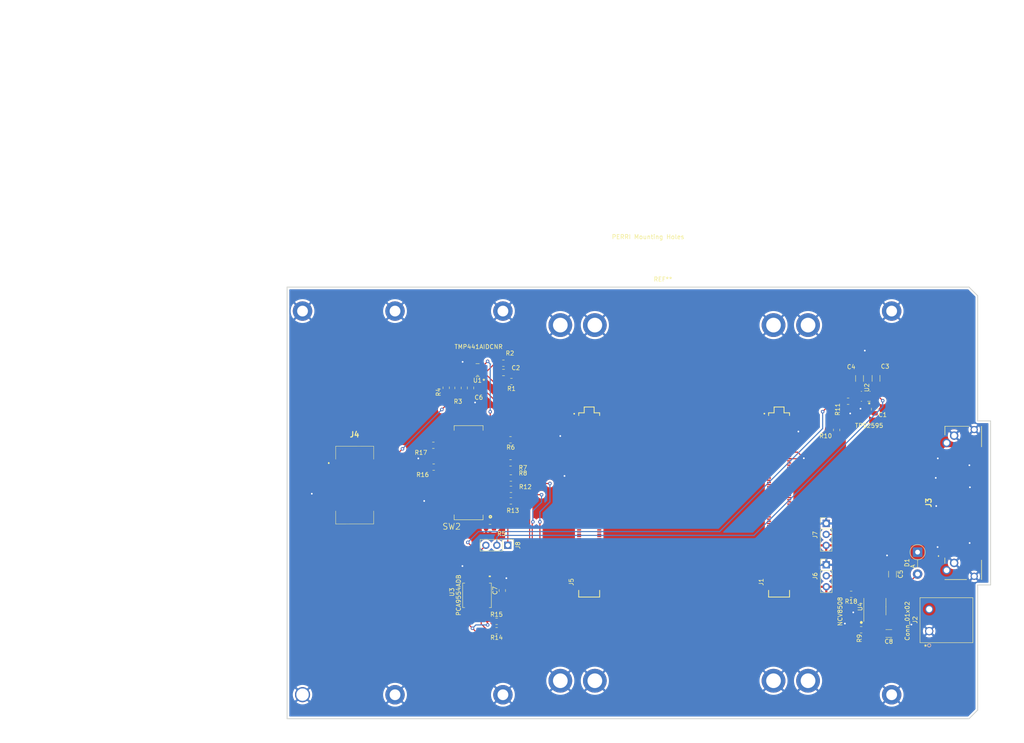
<source format=kicad_pcb>
(kicad_pcb (version 20211014) (generator pcbnew)
  (layers (0 "F.Cu" signal) (31 "B.Cu" signal) (34 "B.Paste" user) (35 "F.Paste" user) (36 "B.SilkS" user "B.Silkscreen") (37 "F.SilkS" user "F.Silkscreen") (38 "B.Mask" user) (39 "F.Mask" user) (44 "Edge.Cuts" user))
  (net 0 "")
  (net 1 "Net-(C1-Pad1)")
  (net 2 "GND")
  (net 3 "Net-(C2-Pad1)")
  (net 4 "Net-(C2-Pad2)")
  (net 5 "+12V")
  (net 6 "/12V_To_Hat")
  (net 7 "Net-(C5-Pad2)")
  (net 8 "+5V")
  (net 9 "/DXN")
  (net 10 "/DXP")
  (net 11 "Net-(R16-Pad1)")
  (net 12 "Net-(R17-Pad1)")
  (net 229 "/SDA")
  (net 230 "/SCL")
  (net 375 "Net-(J6-Pad2)")
  (net 376 "Net-(J7-Pad2)")
  (net 377 "/DS_EN")
  (net 378 "/To_Efuse_EN")
  (net 379 "/GPIO_EN")
  (net 380 "/TMP_A1")
  (net 381 "/TMP_A0")
  (net 382 "Net-(R9-Pad2)")
  (net 383 "/FLT")
  (net 384 "Net-(R11-Pad1)")
  (net 385 "/GPIO_A0")
  (net 386 "Net-(R18-Pad1)")
  (net 387 "/GPIO_A1")
  (net 388 "/GPIO_A2")
  (footprint "footprints:1757242" (layer "F.Cu") (at 237.15 120.86 90)
    (fp_text reference "J2")
    (fp_text value "Conn_01x02")
  )
  (footprint "Resistor_SMD:R_0805_2012Metric" (layer "F.Cu") (at 127.98 69.59 90)
    (fp_text reference "R3")
    (fp_text value "R_US")
  )
  (footprint "Capacitor_SMD:C_1206_3216Metric" (layer "F.Cu") (at 221.01 67.39 90)
    (fp_text reference "C4")
    (fp_text value "C_Polarized_US")
  )
  (footprint "Diode_THT:D_DO-41_SOD81_P5.08mm_Vertical_AnodeUp" (layer "F.Cu") (at 234.46 107.637818 -90)
    (fp_text reference "D1")
    (fp_text value "DIODE")
  )
  (footprint "Resistor_SMD:R_0805_2012Metric" (layer "F.Cu") (at 215.7 79.32 -90)
    (fp_text reference "R10")
    (fp_text value "R_US")
  )
  (footprint "Capacitor_SMD:C_1206_3216Metric" (layer "F.Cu") (at 224.83 67.37 90)
    (fp_text reference "C3")
    (fp_text value "C_Polarized_US")
  )
  (footprint "Resistor_SMD:R_0805_2012Metric" (layer "F.Cu") (at 140.35625 68.11 180)
    (fp_text reference "R1")
    (fp_text value "R_US")
  )
  (footprint "Resistor_SMD:R_0805_2012Metric" (layer "F.Cu") (at 140.15 86.95)
    (fp_text reference "R7")
    (fp_text value "R_US")
  )
  (footprint "footprints:302010030000" (layer "F.Cu") (at 103.8 92.1 -90)
    (fp_text reference "J4")
    (fp_text value "Conn_02x05_Counter_Clockwise" hide)
  )
  (footprint "Connector_PinHeader_2.54mm:PinHeader_1x03_P2.54mm_Vertical" (layer "F.Cu") (at 139.52 106.04 -90)
    (fp_text reference "J8")
    (fp_text value "Conn_01x03")
  )
  (footprint "Capacitor_SMD:C_1206_3216Metric" (layer "F.Cu") (at 228.65 112.74 -90)
    (fp_text reference "C5")
    (fp_text value "0.1uF")
  )
  (footprint "Resistor_SMD:R_0805_2012Metric" (layer "F.Cu") (at 136.92 123.67 180)
    (fp_text reference "R15")
    (fp_text value "R_US")
  )
  (footprint "footprints:SAMTEC_SS5-80-3.00-X-D-K-XX" (layer "F.Cu") (at 158.369396 96.233 90)
    (fp_text reference "J5")
    (fp_text value "SS5-80-3.00-X-D-K-XX")
  )
  (footprint "Capacitor_SMD:C_0805_2012Metric" (layer "F.Cu") (at 138.24 116.53 90)
    (fp_text reference "C7")
    (fp_text value "C_Small")
  )
  (footprint "footprints:FX23100S05SH" (layer "F.Cu") (at 245.027996 96.233 90)
    (fp_text reference "J3")
    (fp_text value "Conn_02x50_Counter_Clockwise" hide)
  )
  (footprint "Package_SO:SOIC-8-1EP_3.9x4.9mm_P1.27mm_EP2.514x3.2mm" (layer "F.Cu") (at 224.569725 120.262425 90)
    (fp_text reference "U4")
    (fp_text value "NCV8508")
  )
  (footprint "Resistor_SMD:R_0805_2012Metric" (layer "F.Cu") (at 140.24 93.08)
    (fp_text reference "R12")
    (fp_text value "R_US")
  )
  (footprint "Connector_PinHeader_2.54mm:PinHeader_1x03_P2.54mm_Vertical" (layer "F.Cu") (at 213.28 100.985)
    (fp_text reference "J7")
    (fp_text value "Conn_01x03")
  )
  (footprint "Connector_PinHeader_2.54mm:PinHeader_1x03_P2.54mm_Vertical" (layer "F.Cu") (at 213.31 110.575)
    (fp_text reference "J6")
    (fp_text value "Conn_01x03")
  )
  (footprint "Resistor_SMD:R_0805_2012Metric" (layer "F.Cu") (at 138.48625 63.86 180)
    (fp_text reference "R2")
    (fp_text value "R_US")
  )
  (footprint "Resistor_SMD:R_0805_2012Metric" (layer "F.Cu") (at 218.36 72.67 180)
    (fp_text reference "R11")
    (fp_text value "R_US")
  )
  (footprint "TPS441:TPS259525DSGR" (layer "F.Cu") (at 222.4352 71.5242 180)
    (fp_text reference "U2")
    (fp_text value "TPS2595")
  )
  (footprint "Capacitor_SMD:C_0805_2012Metric" (layer "F.Cu") (at 130.88 69.59 -90)
    (fp_text reference "C6")
    (fp_text value "C_Small")
  )
  (footprint "footprints:PERRI_Outline" (layer "F.Cu") (at 175.391196 90.2348)
    (fp_text reference "REF**")
    (fp_text value "PERRI_Outline")
    (fp_line (start 72.9882 24.9944) (end 72.9882 53.9944) (layer "Edge.Cuts") (width 0.2))
    (fp_line (start 75.9882 24.9944) (end 72.9882 24.9944) (layer "Edge.Cuts") (width 0.2))
    (fp_line (start 72.9882 -13.0056) (end 75.9882 -13.0056) (layer "Edge.Cuts") (width 0.2))
    (fp_line (start 70.9882 55.9944) (end -87.0118 55.9944) (layer "Edge.Cuts") (width 0.2))
    (fp_line (start 72.9882 -42.0056) (end 72.9882 -13.0056) (layer "Edge.Cuts") (width 0.2))
    (fp_line (start -87.0118 55.9944) (end -87.0118 -44.0056) (layer "Edge.Cuts") (width 0.2))
    (fp_line (start 75.9882 -13.0056) (end 75.9882 24.9944) (layer "Edge.Cuts") (width 0.2))
    (fp_line (start 70.9882 -44.0056) (end 72.9882 -42.0056) (layer "Edge.Cuts") (width 0.2))
    (fp_line (start -87.0118 -44.0056) (end 70.9882 -44.0056) (layer "Edge.Cuts") (width 0.2))
    (fp_line (start 72.9882 53.9944) (end 70.9882 55.9944) (layer "Edge.Cuts") (width 0.2))
  )
  (footprint "Resistor_SMD:R_0805_2012Metric" (layer "F.Cu") (at 122.26 82.87 180)
    (fp_text reference "R17")
    (fp_text value "R_US")
  )
  (footprint "Resistor_SMD:R_0805_2012Metric" (layer "F.Cu") (at 136.92 125.84 180)
    (fp_text reference "R14")
    (fp_text value "R_US")
  )
  (footprint "Resistor_SMD:R_0805_2012Metric" (layer "F.Cu") (at 219.06 117.4 180)
    (fp_text reference "R18")
    (fp_text value "R_US")
  )
  (footprint "Resistor_SMD:R_0805_2012Metric" (layer "F.Cu") (at 125.24 69.55 90)
    (fp_text reference "R4")
    (fp_text value "R_US")
  )
  (footprint "Resistor_SMD:R_0805_2012Metric" (layer "F.Cu") (at 140.22 95.76)
    (fp_text reference "R13")
    (fp_text value "R_US")
  )
  (footprint "footprints:TMP441AIDCNR" (layer "F.Cu") (at 132.514601 65.46165 180)
    (fp_text reference "U1")
    (fp_text value "TMP441AIDCNR")
  )
  (footprint "Resistor_SMD:R_0805_2012Metric" (layer "F.Cu") (at 140.14 81.6)
    (fp_text reference "R6")
    (fp_text value "R_US")
  )
  (footprint "PCA9554ADB:PCA9554ADB" (layer "F.Cu") (at 132.3775 117.64195 -90)
    (fp_text reference "U3")
    (fp_text value "PCA9554ADB")
  )
  (footprint "Resistor_SMD:R_0805_2012Metric" (layer "F.Cu") (at 135.39 101.93 180)
    (fp_text reference "R5")
    (fp_text value "R_US")
  )
  (footprint "Resistor_SMD:R_0805_2012Metric" (layer "F.Cu") (at 140.22 90.45)
    (fp_text reference "R8")
    (fp_text value "R_US")
  )
  (footprint "footprints:SAMTEC_SS5-80-3.00-X-D-K-XX" (layer "F.Cu") (at 202.369396 96.233 90)
    (fp_text reference "J1")
    (fp_text value "SS5-80-3.00-X-D-K-XX")
  )
  (footprint "footprints:SW_219-8LPSTRF" (layer "F.Cu") (at 130.430299 89.23 180)
    (fp_text reference "SW2")
    (fp_text value "SW_DIP_x08")
  )
  (footprint "footprints:PERRI_Mounting_Holes" (layer "F.Cu") (at 172.579551 90.239551)
    (fp_text reference "PERRI Mounting Holes")
    (fp_text value "PERRI_Mounting_Holes")
  )
  (footprint "Capacitor_SMD:C_0805_2012Metric" (layer "F.Cu") (at 138.51625 66.02 180)
    (fp_text reference "C2")
    (fp_text value "C_Small")
  )
  (footprint "Capacitor_SMD:C_0805_2012Metric" (layer "F.Cu") (at 224.5 74.51 -90)
    (fp_text reference "C1")
    (fp_text value "C")
  )
  (footprint "Resistor_SMD:R_0805_2012Metric" (layer "F.Cu") (at 221.38 125.62)
    (fp_text reference "R9")
    (fp_text value "R_US")
  )
  (footprint "Capacitor_SMD:C_1206_3216Metric" (layer "F.Cu") (at 227.79 126.49 180)
    (fp_text reference "C8")
    (fp_text value "1uF")
  )
  (footprint "Resistor_SMD:R_0805_2012Metric" (layer "F.Cu") (at 122.34165 87.94 180)
    (fp_text reference "R16")
    (fp_text value "R_US")
  )
  (segment (start 223.385201 72.274201) (end 224.034201 72.274201) (width 0.25) (layer "F.Cu") (net 1))
  (segment (start 224.034201 72.274201) (end 224.5 72.74) (width 0.25) (layer "F.Cu") (net 1))
  (segment (start 224.5 72.74) (end 224.5 73.56) (width 0.25) (layer "F.Cu") (net 1))
  (segment (start 130.102501 111.962501) (end 129 110.86) (width 0.25) (layer "F.Cu") (net 2))
  (segment (start 204.704396 87.483) (end 206.497 87.483) (width 0.25) (layer "F.Cu") (net 2))
  (segment (start 239.727 87.983) (end 238.67 89.04) (width 0.25) (layer "F.Cu") (net 2))
  (segment (start 126.125299 93.04) (end 123.09 93.04) (width 0.25) (layer "F.Cu") (net 2))
  (segment (start 204.704396 84.483) (end 206.703 84.483) (width 0.25) (layer "F.Cu") (net 2))
  (segment (start 247.478974 103.483) (end 246.42 104.541974) (width 0.25) (layer "F.Cu") (net 2))
  (segment (start 129.976651 64.486651) (end 129.04 63.55) (width 0.25) (layer "F.Cu") (net 2))
  (segment (start 241.801996 89.483) (end 239.347 89.483) (width 0.25) (layer "F.Cu") (net 2))
  (segment (start 239.713 86.483) (end 239.205 85.975) (width 0.25) (layer "F.Cu") (net 2))
  (segment (start 238.67 90.16) (end 238.67 90.43) (width 0.25) (layer "F.Cu") (net 2))
  (segment (start 239.090974 105.07) (end 239.090974 106.459026) (width 0.25) (layer "F.Cu") (net 2))
  (segment (start 240.677974 104.983) (end 239.090974 106.57) (width 0.25) (layer "F.Cu") (net 2))
  (segment (start 206.295 79.145) (end 206.84 79.69) (width 0.25) (layer "F.Cu") (net 2))
  (segment (start 241.801996 95.483) (end 240.617 95.483) (width 0.25) (layer "F.Cu") (net 2))
  (segment (start 153.69 89.976) (end 153.697 89.983) (width 0.25) (layer "F.Cu") (net 2))
  (segment (start 247.478974 89.483) (end 246.46 88.464026) (width 0.25) (layer "F.Cu") (net 2))
  (segment (start 204.704396 82.983) (end 205.468418 82.983) (width 0.25) (layer "F.Cu") (net 2))
  (segment (start 239.685974 85.975) (end 239.205 85.975) (width 0.25) (layer "F.Cu") (net 2))
  (segment (start 246.46 86.001974) (end 247.478974 84.983) (width 0.25) (layer "F.Cu") (net 2))
  (segment (start 206.295 80.656418) (end 206.295 79.995) (width 0.25) (layer "F.Cu") (net 2))
  (segment (start 240.677974 84.983) (end 239.685974 85.975) (width 0.25) (layer "F.Cu") (net 2))
  (segment (start 238.78 98.585026) (end 238.78 97.32) (width 0.25) (layer "F.Cu") (net 2))
  (segment (start 240.677974 100.483) (end 238.78 98.585026) (width 0.25) (layer "F.Cu") (net 2))
  (segment (start 246.941026 87.983) (end 246.46 87.501974) (width 0.25) (layer "F.Cu") (net 2))
  (segment (start 241.801996 92.483) (end 240.153 92.483) (width 0.25) (layer "F.Cu") (net 2))
  (segment (start 248.677996 104.983) (end 246.647 104.983) (width 0.25) (layer "F.Cu") (net 2))
  (segment (start 240.617 95.483) (end 238.985 97.115) (width 0.25) (layer "F.Cu") (net 2))
  (segment (start 220.887575 120.262425) (end 219.56 121.59) (width 0.25) (layer "F.Cu") (net 2))
  (segment (start 223.21 61.31) (end 222.84 60.94) (width 0.25) (layer "F.Cu") (net 2))
  (segment (start 241.801996 84.983) (end 240.677974 84.983) (width 0.25) (layer "F.Cu") (net 2))
  (segment (start 224.569725 120.262425) (end 220.887575 120.262425) (width 0.25) (layer "F.Cu") (net 2))
  (segment (start 230.96 126.49) (end 233.03 124.42) (width 0.25) (layer "F.Cu") (net 2))
  (segment (start 238.78 96.95) (end 238.78 97.32) (width 0.25) (layer "F.Cu") (net 2))
  (segment (start 100.775 92.1) (end 96.1 92.1) (width 0.25) (layer "F.Cu") (net 2))
  (segment (start 205.633 78.483) (end 206.295 79.145) (width 0.25) (layer "F.Cu") (net 2))
  (segment (start 155.692996 83.983) (end 154.753 83.983) (width 0.25) (layer "F.Cu") (net 2))
  (segment (start 153.04 81.2) (end 152.14 81.2) (width 0.25) (layer "F.Cu") (net 2))
  (segment (start 241.801996 87.983) (end 239.727 87.983) (width 0.25) (layer "F.Cu") (net 2))
  (segment (start 246.42 104.541974) (end 246.42 105.21) (width 0.25) (layer "F.Cu") (net 2))
  (segment (start 247.478974 107.983) (end 246.42 106.924026) (width 0.25) (layer "F.Cu") (net 2))
  (segment (start 246.42 105.424026) (end 246.42 105.21) (width 0.25) (layer "F.Cu") (net 2))
  (segment (start 154.713 91.983) (end 153.697 90.967) (width 0.25) (layer "F.Cu") (net 2))
  (segment (start 154.928974 85.983) (end 153.69 87.221974) (width 0.25) (layer "F.Cu") (net 2))
  (segment (start 241.801996 90.983) (end 238.807 90.983) (width 0.25) (layer "F.Cu") (net 2))
  (segment (start 248.677996 103.483) (end 247.478974 103.483) (width 0.25) (layer "F.Cu") (net 2))
  (segment (start 155.692996 87.983) (end 154.427 87.983) (width 0.25) (layer "F.Cu") (net 2))
  (segment (start 207.997 85.983) (end 208.1 85.88) (width 0.25) (layer "F.Cu") (net 2))
  (segment (start 241.801996 93.983) (end 240.677974 93.983) (width 0.25) (layer "F.Cu") (net 2))
  (segment (start 224.5 75.46) (end 222.29 75.46) (width 0.25) (layer "F.Cu") (net 2))
  (segment (start 240.153 92.483) (end 238.73 91.06) (width 0.25) (layer "F.Cu") (net 2))
  (segment (start 122.43 98.12) (end 120.22 95.91) (width 0.25) (layer "F.Cu") (net 2))
  (segment (start 121.82 85.42) (end 121.3475 84.9475) (width 0.25) (layer "F.Cu") (net 2))
  (segment (start 239.205 85.975) (end 239.14 85.91) (width 0.25) (layer "F.Cu") (net 2))
  (segment (start 121.3475 84.9475) (end 119.7525 84.9475) (width 0.25) (layer "F.Cu") (net 2))
  (segment (start 222.00922 72.274201) (end 222.4352 71.848221) (width 0.25) (layer "F.Cu") (net 2))
  (segment (start 238.67 91) (end 238.73 91.06) (width 0.25) (layer "F.Cu") (net 2))
  (segment (start 239.090974 106.57) (end 238.97 106.57) (width 0.25) (layer "F.Cu") (net 2))
  (segment (start 224.569725 121.210275) (end 224.569725 120.262425) (width 0.25) (layer "F.Cu") (net 2))
  (segment (start 223.934725 121.845275) (end 224.569725 121.210275) (width 0.25) (layer "F.Cu") (net 2))
  (segment (start 247.478974 96.983) (end 246.35 95.854026) (width 0.25) (layer "F.Cu") (net 2))
  (segment (start 222.4352 73.1948) (end 221.23 74.4) (width 0.25) (layer "F.Cu") (net 2))
  (segment (start 240.677974 103.483) (end 239.090974 105.07) (width 0.25) (layer "F.Cu") (net 2))
  (segment (start 130.88 70.54) (end 130.88 71.91) (width 0.25) (layer "F.Cu") (net 2))
  (segment (start 248.677996 87.983) (end 246.941026 87.983) (width 0.25) (layer "F.Cu") (net 2))
  (segment (start 219.06 125.62) (end 217.62 124.18) (width 0.25) (layer "F.Cu") (net 2))
  (segment (start 206.295 82.156418) (end 206.295 80.656418) (width 0.25) (layer "F.Cu") (net 2))
  (segment (start 248.677996 106.483) (end 247.478974 106.483) (width 0.25) (layer "F.Cu") (net 2))
  (segment (start 222.29 75.46) (end 221.23 74.4) (width 0.25) (layer "F.Cu") (net 2))
  (segment (start 121.66 90.5) (end 120.14 92.02) (width 0.25) (layer "F.Cu") (net 2))
  (segment (start 223.934725 122.899925) (end 223.934725 121.845275) (width 0.25) (layer "F.Cu") (net 2))
  (segment (start 221.01 65.915) (end 221.01 64.65) (width 0.25) (layer "F.Cu") (net 2))
  (segment (start 246.46 88.464026) (end 246.46 87.501974) (width 0.25) (layer "F.Cu") (net 2))
  (segment (start 241.801996 86.483) (end 239.713 86.483) (width 0.25) (layer "F.Cu") (net 2))
  (segment (start 223.21 62.45) (end 223.21 61.31) (width 0.25) (layer "F.Cu") (net 2))
  (segment (start 138.24 115.58) (end 138.24 114.61) (width 0.25) (layer "F.Cu") (net 2))
  (segment (start 120.14 95.83) (end 120.22 95.91) (width 0.25) (layer "F.Cu") (net 2))
  (segment (start 155.692996 91.983) (end 154.713 91.983) (width 0.25) (layer "F.Cu") (net 2))
  (segment (start 241.801996 104.983) (end 240.677974 104.983) (width 0.25) (layer "F.Cu") (net 2))
  (segment (start 247.478974 95.483) (end 246.35 94.354026) (width 0.25) (layer "F.Cu") (net 2))
  (segment (start 238.807 90.983) (end 238.73 91.06) (width 0.25) (layer "F.Cu") (net 2))
  (segment (start 154.567 79.983) (end 153.35 81.2) (width 0.25) (layer "F.Cu") (net 2))
  (segment (start 155.692996 89.983) (end 153.697 89.983) (width 0.25) (layer "F.Cu") (net 2))
  (segment (start 152.14 81.2) (end 151.67 80.73) (width 0.25) (layer "F.Cu") (net 2))
  (segment (start 238.67 89.04) (end 238.67 90.43) (width 0.25) (layer "F.Cu") (net 2))
  (segment (start 247.478974 84.983) (end 248.677996 84.983) (width 0.25) (layer "F.Cu") (net 2))
  (segment (start 241.801996 100.483) (end 240.677974 100.483) (width 0.25) (layer "F.Cu") (net 2))
  (segment (start 154.427 87.983) (end 153.69 88.72) (width 0.25) (layer "F.Cu") (net 2))
  (segment (start 247.478974 90.983) (end 246.35 92.111974) (width 0.25) (layer "F.Cu") (net 2))
  (segment (start 217.4475 72.67) (end 217.4475 74.0975) (width 0.25) (layer "F.Cu") (net 2))
  (segment (start 224.83 65.895) (end 224.83 64.07) (width 0.25) (layer "F.Cu") (net 2))
  (segment (start 126.125299 85.42) (end 121.82 85.42) (width 0.25) (layer "F.Cu") (net 2))
  (segment (start 228.65 111.265) (end 228.65 109.67) (width 0.25) (layer "F.Cu") (net 2))
  (segment (start 239.737 106.483) (end 239.31 106.91) (width 0.25) (layer "F.Cu") (net 2))
  (segment (start 248.677996 92.483) (end 246.707 92.483) (width 0.25) (layer "F.Cu") (net 2))
  (segment (start 155.692996 85.983) (end 154.928974 85.983) (width 0.25) (layer "F.Cu") (net 2))
  (segment (start 246.585 92.605) (end 246.35 92.84) (width 0.25) (layer "F.Cu") (net 2))
  (segment (start 241.801996 106.483) (end 239.737 106.483) (width 0.25) (layer "F.Cu") (net 2))
  (segment (start 153.69 88.72) (end 153.69 89.976) (width 0.25) (layer "F.Cu") (net 2))
  (segment (start 246.46 87.501974) (end 246.46 86.001974) (width 0.25) (layer "F.Cu") (net 2))
  (segment (start 121.3475 84.9475) (end 121.3475 82.87) (width 0.25) (layer "F.Cu") (net 2))
  (segment (start 154.133 81.983) (end 153.35 81.2) (width 0.25) (layer "F.Cu") (net 2))
  (segment (start 121.42915 85.02915) (end 121.3475 84.9475) (width 0.25) (layer "F.Cu") (net 2))
  (segment (start 239.090974 106.459026) (end 239.090974 106.57) (width 0.25) (layer "F.Cu") (net 2))
  (segment (start 206.703 84.483) (end 208.1 85.88) (width 0.25) (layer "F.Cu") (net 2))
  (segment (start 204.704396 85.983) (end 207.997 85.983) (width 0.25) (layer "F.Cu") (net 2))
  (segment (start 120.14 92.02) (end 120.14 95.78) (width 0.25) (layer "F.Cu") (net 2))
  (segment (start 222.91 62.75) (end 223.21 62.45) (width 0.25) (layer "F.Cu") (net 2))
  (segment (start 153.35 81.2) (end 153.04 81.2) (width 0.25) (layer "F.Cu") (net 2))
  (segment (start 247.478974 86.483) (end 246.46 87.501974) (width 0.25) (layer "F.Cu") (net 2))
  (segment (start 246.707 92.483) (end 246.585 92.605) (width 0.25) (layer "F.Cu") (net 2))
  (segment (start 229.265 126.49) (end 230.96 126.49) (width 0.25) (layer "F.Cu") (net 2))
  (segment (start 153.69 87.221974) (end 153.69 88.72) (width 0.25) (layer "F.Cu") (net 2))
  (segment (start 238.985 97.115) (end 238.78 97.32) (width 0.25) (layer "F.Cu") (net 2))
  (segment (start 239.117 96.983) (end 238.985 97.115) (width 0.25) (layer "F.Cu") (net 2))
  (segment (start 248.677996 89.483) (end 247.478974 89.483) (width 0.25) (layer "F.Cu") (net 2))
  (segment (start 126.125299 95.58) (end 120.55 95.58) (width 0.25) (layer "F.Cu") (net 2))
  (segment (start 246.647 104.983) (end 246.42 105.21) (width 0.25) (layer "F.Cu") (net 2))
  (segment (start 122.22 80.34) (end 121.3475 81.2125) (width 0.25) (layer "F.Cu") (net 2))
  (segment (start 248.677996 95.483) (end 247.478974 95.483) (width 0.25) (layer "F.Cu") (net 2))
  (segment (start 246.517987 105.522013) (end 246.42 105.424026) (width 0.25) (layer "F.Cu") (net 2))
  (segment (start 123.09 93.04) (end 120.22 95.91) (width 0.25) (layer "F.Cu") (net 2))
  (segment (start 130.102501 114.21295) (end 130.102501 111.962501) (width 0.25) (layer "F.Cu") (net 2))
  (segment (start 246.35 93.98) (end 246.35 92.84) (width 0.25) (layer "F.Cu") (net 2))
  (segment (start 205.468418 82.983) (end 206.295 82.156418) (width 0.25) (layer "F.Cu") (net 2))
  (segment (start 204.704396 79.983) (end 206.283 79.983) (width 0.25) (layer "F.Cu") (net 2))
  (segment (start 248.677996 86.483) (end 247.478974 86.483) (width 0.25) (layer "F.Cu") (net 2))
  (segment (start 153.697 90.967) (end 153.697 89.983) (width 0.25) (layer "F.Cu") (net 2))
  (segment (start 247.493 93.983) (end 246.35 92.84) (width 0.25) (layer "F.Cu") (net 2))
  (segment (start 224.83 64.07) (end 223.21 62.45) (width 0.25) (layer "F.Cu") (net 2))
  (segment (start 154.753 83.983) (end 153.04 82.27) (width 0.25) (layer "F.Cu") (net 2))
  (segment (start 126.125299 80.34) (end 122.22 80.34) (width 0.25) (layer "F.Cu") (net 2))
  (segment (start 121.42915 87.94) (end 121.42915 85.02915) (width 0.25) (layer "F.Cu") (net 2))
  (segment (start 130.88 71.91) (end 131.93 72.96) (width 0.25) (layer "F.Cu") (net 2))
  (segment (start 126.125299 98.12) (end 122.43 98.12) (width 0.25) (layer "F.Cu") (net 2))
  (segment (start 248.677996 90.983) (end 247.478974 90.983) (width 0.25) (layer "F.Cu") (net 2))
  (segment (start 240.383 107.983) (end 239.31 106.91) (width 0.25) (layer "F.Cu") (net 2))
  (segment (start 240.677974 93.983) (end 238.78 95.880974) (width 0.25) (layer "F.Cu") (net 2))
  (segment (start 126.125299 90.5) (end 121.66 90.5) (width 0.25) (layer "F.Cu") (net 2))
  (segment (start 246.35 92.111974) (end 246.35 92.84) (width 0.25) (layer "F.Cu") (net 2))
  (segment (start 239.347 89.483) (end 238.67 90.16) (width 0.25) (layer "F.Cu") (net 2))
  (segment (start 220.4675 125.62) (end 219.06 125.62) (width 0.25) (layer "F.Cu") (net 2))
  (segment (start 131.320801 64.486651) (end 129.976651 64.486651) (width 0.25) (layer "F.Cu") (net 2))
  (segment (start 217.4475 74.0975) (end 218.85 75.5) (width 0.25) (layer "F.Cu") (net 2))
  (segment (start 246.35 94.354026) (end 246.35 93.98) (width 0.25) (layer "F.Cu") (net 2))
  (segment (start 205.468418 81.483) (end 206.295 80.656418) (width 0.25) (layer "F.Cu") (net 2))
  (segment (start 138.24 114.61) (end 139.18 113.67) (width 0.25) (layer "F.Cu") (net 2))
  (segment (start 246.42 106.924026) (end 246.42 105.424026) (width 0.25) (layer "F.Cu") (net 2))
  (segment (start 153.04 82.27) (end 153.04 81.2) (width 0.25) (layer "F.Cu") (net 2))
  (segment (start 246.35 95.854026) (end 246.35 93.98) (width 0.25) (layer "F.Cu") (net 2))
  (segment (start 222.4352 71.848221) (end 222.4352 71.524203) (width 0.25) (layer "F.Cu") (net 2))
  (segment (start 248.677996 93.983) (end 247.493 93.983) (width 0.25) (layer "F.Cu") (net 2))
  (segment (start 221.01 64.65) (end 222.91 62.75) (width 0.25) (layer "F.Cu") (net 2))
  (segment (start 120.55 95.58) (end 120.22 95.91) (width 0.25) (layer "F.Cu") (net 2))
  (segment (start 228.65 109.67) (end 227.38 108.4) (width 0.25) (layer "F.Cu") (net 2))
  (segment (start 247.478974 106.483) (end 246.517987 105.522013) (width 0.25) (layer "F.Cu") (net 2))
  (segment (start 153.697 89.983) (end 152.647 89.983) (width 0.25) (layer "F.Cu") (net 2))
  (segment (start 241.801996 107.983) (end 240.383 107.983) (width 0.25) (layer "F.Cu") (net 2))
  (segment (start 96.1 92.1) (end 94.1 94.1) (width 0.25) (layer "F.Cu") (net 2))
  (segment (start 155.692996 81.983) (end 154.133 81.983) (width 0.25) (layer "F.Cu") (net 2))
  (segment (start 204.704396 78.483) (end 205.633 78.483) (width 0.25) (layer "F.Cu") (net 2))
  (segment (start 241.801996 103.483) (end 240.677974 103.483) (width 0.25) (layer "F.Cu") (net 2))
  (segment (start 121.3475 81.2125) (end 121.3475 82.87) (width 0.25) (layer "F.Cu") (net 2))
  (segment (start 221.485199 72.274201) (end 222.00922 72.274201) (width 0.25) (layer "F.Cu") (net 2))
  (segment (start 239.31 106.91) (end 238.97 106.57) (width 0.25) (layer "F.Cu") (net 2))
  (segment (start 120.14 95.78) (end 120.14 95.83) (width 0.25) (layer "F.Cu") (net 2))
  (segment (start 206.283 79.983) (end 206.295 79.995) (width 0.25) (layer "F.Cu") (net 2))
  (segment (start 238.78 95.880974) (end 238.78 96.95) (width 0.25) (layer "F.Cu") (net 2))
  (segment (start 204.704396 81.483) (end 205.468418 81.483) (width 0.25) (layer "F.Cu") (net 2))
  (segment (start 206.497 87.483) (end 208.1 85.88) (width 0.25) (layer "F.Cu") (net 2))
  (segment (start 241.801996 96.983) (end 239.117 96.983) (width 0.25) (layer "F.Cu") (net 2))
  (segment (start 222.4352 71.524203) (end 222.4352 73.1948) (width 0.25) (layer "F.Cu") (net 2))
  (segment (start 222.84 60.94) (end 222.23 60.94) (width 0.25) (layer "F.Cu") (net 2))
  (segment (start 119.7525 84.9475) (end 118.78 85.92) (width 0.25) (layer "F.Cu") (net 2))
  (segment (start 206.295 79.995) (end 206.295 79.145) (width 0.25) (layer "F.Cu") (net 2))
  (segment (start 248.677996 107.983) (end 247.478974 107.983) (width 0.25) (layer "F.Cu") (net 2))
  (segment (start 248.677996 96.983) (end 247.478974 96.983) (width 0.25) (layer "F.Cu") (net 2))
  (segment (start 238.67 90.43) (end 238.67 91) (width 0.25) (layer "F.Cu") (net 2))
  (via (at 151.67 80.73) (size 0.8) (drill 0.4) (layers "F.Cu" "B.Cu") (net 2))
  (via (at 118.78 85.92) (size 0.8) (drill 0.4) (layers "F.Cu" "B.Cu") (net 2))
  (via (at 131.93 72.96) (size 0.8) (drill 0.4) (layers "F.Cu" "B.Cu") (net 2))
  (via (at 238.67 90.43) (size 0.8) (drill 0.4) (layers "F.Cu" "B.Cu") (net 2))
  (via (at 139.18 113.67) (size 0.8) (drill 0.4) (layers "F.Cu" "B.Cu") (net 2))
  (via (at 129 110.86) (size 0.8) (drill 0.4) (layers "F.Cu" "B.Cu") (net 2))
  (via (at 129.04 63.55) (size 0.8) (drill 0.4) (layers "F.Cu" "B.Cu") (net 2))
  (via (at 206.84 79.69) (size 0.8) (drill 0.4) (layers "F.Cu" "B.Cu") (net 2))
  (via (at 221.23 74.4) (size 0.8) (drill 0.4) (layers "F.Cu" "B.Cu") (net 2))
  (via (at 239.090974 106.459026) (size 0.8) (drill 0.4) (layers "F.Cu" "B.Cu") (net 2))
  (via (at 222.23 60.94) (size 0.8) (drill 0.4) (layers "F.Cu" "B.Cu") (net 2))
  (via (at 239.14 85.91) (size 0.8) (drill 0.4) (layers "F.Cu" "B.Cu") (net 2))
  (via (at 219.56 121.59) (size 0.8) (drill 0.4) (layers "F.Cu" "B.Cu") (net 2))
  (via (at 94.1 94.1) (size 0.8) (drill 0.4) (layers "F.Cu" "B.Cu") (net 2))
  (via (at 217.62 124.18) (size 0.8) (drill 0.4) (layers "F.Cu" "B.Cu") (net 2))
  (via (at 246.517987 105.522013) (size 0.8) (drill 0.4) (layers "F.Cu" "B.Cu") (net 2))
  (via (at 227.38 108.4) (size 0.8) (drill 0.4) (layers "F.Cu" "B.Cu") (net 2))
  (via (at 233.03 124.42) (size 0.8) (drill 0.4) (layers "F.Cu" "B.Cu") (net 2))
  (via (at 238.78 96.95) (size 0.8) (drill 0.4) (layers "F.Cu" "B.Cu") (net 2))
  (via (at 246.585 92.605) (size 0.8) (drill 0.4) (layers "F.Cu" "B.Cu") (net 2))
  (via (at 246.46 87.501974) (size 0.8) (drill 0.4) (layers "F.Cu" "B.Cu") (net 2))
  (via (at 208.1 85.88) (size 0.8) (drill 0.4) (layers "F.Cu" "B.Cu") (net 2))
  (via (at 120.14 95.78) (size 0.8) (drill 0.4) (layers "F.Cu" "B.Cu") (net 2))
  (via (at 218.85 75.5) (size 0.8) (drill 0.4) (layers "F.Cu" "B.Cu") (net 2))
  (via (at 152.647 89.983) (size 0.8) (drill 0.4) (layers "F.Cu" "B.Cu") (net 2))
  (segment (start 136.12625 68.12) (end 139.43375 68.12) (width 0.25) (layer "F.Cu") (net 3))
  (segment (start 133.708401 66.436649) (end 134.442899 66.436649) (width 0.25) (layer "F.Cu") (net 3))
  (segment (start 139.44375 66.0425) (end 139.46625 66.02) (width 0.25) (layer "F.Cu") (net 3))
  (segment (start 139.44375 68.11) (end 139.44375 66.0425) (width 0.25) (layer "F.Cu") (net 3))
  (segment (start 139.43375 68.12) (end 139.44375 68.11) (width 0.25) (layer "F.Cu") (net 3))
  (segment (start 134.442899 66.436649) (end 136.12625 68.12) (width 0.25) (layer "F.Cu") (net 3))
  (segment (start 137.56625 66.02) (end 137.56625 63.8675) (width 0.25) (layer "F.Cu") (net 4))
  (segment (start 134.618801 65.786651) (end 135.520851 64.884601) (width 0.25) (layer "F.Cu") (net 4))
  (segment (start 133.708401 65.786651) (end 134.618801 65.786651) (width 0.25) (layer "F.Cu") (net 4))
  (segment (start 137.56625 63.8675) (end 137.57375 63.86) (width 0.25) (layer "F.Cu") (net 4))
  (segment (start 136.545452 63.86) (end 137.57375 63.86) (width 0.25) (layer "F.Cu") (net 4))
  (segment (start 135.520851 64.884601) (end 136.545452 63.86) (width 0.25) (layer "F.Cu") (net 4))
  (segment (start 223.385201 71.2742) (end 223.8558 71.2742) (width 0.25) (layer "F.Cu") (net 5))
  (segment (start 223.8558 71.2742) (end 224.28 70.85) (width 0.25) (layer "F.Cu") (net 5))
  (segment (start 221.054202 70.774202) (end 220.75 70.47) (width 0.25) (layer "F.Cu") (net 6))
  (segment (start 199.093 77.983) (end 200.034396 77.983) (width 0.25) (layer "F.Cu") (net 6))
  (segment (start 221.485199 70.774202) (end 221.054202 70.774202) (width 0.25) (layer "F.Cu") (net 6))
  (segment (start 198.76 77.65) (end 199.093 77.983) (width 0.25) (layer "F.Cu") (net 6))
  (segment (start 198.76 76.93) (end 198.76 77.65) (width 0.25) (layer "F.Cu") (net 6))
  (segment (start 228.65 115.95) (end 228.7 116) (width 0.25) (layer "F.Cu") (net 7))
  (segment (start 234.46 112.717818) (end 231.177818 116) (width 0.25) (layer "F.Cu") (net 7))
  (segment (start 228.7 116) (end 226.46 116) (width 0.25) (layer "F.Cu") (net 7))
  (segment (start 228.65 114.215) (end 228.65 115.95) (width 0.25) (layer "F.Cu") (net 7))
  (segment (start 231.177818 116) (end 228.7 116) (width 0.25) (layer "F.Cu") (net 7))
  (segment (start 226.474725 117.624925) (end 226.46 117.6102) (width 0.25) (layer "F.Cu") (net 7))
  (segment (start 226.46 117.6102) (end 226.46 116) (width 0.25) (layer "F.Cu") (net 7))
  (segment (start 131.3 67.41) (end 130.89 67.41) (width 0.25) (layer "F.Cu") (net 8))
  (segment (start 131.320801 66.436649) (end 131.320801 67.389199) (width 0.25) (layer "F.Cu") (net 8))
  (segment (start 131.320801 67.389199) (end 131.3 67.41) (width 0.25) (layer "F.Cu") (net 8))
  (segment (start 130.88 67.42) (end 130.88 68.64) (width 0.25) (layer "F.Cu") (net 8))
  (segment (start 137.74 122.51) (end 137.8325 122.6025) (width 0.25) (layer "F.Cu") (net 8))
  (segment (start 137.8325 122.6025) (end 137.8325 123.67) (width 0.25) (layer "F.Cu") (net 8))
  (segment (start 130.89 67.41) (end 130.88 67.42) (width 0.25) (layer "F.Cu") (net 8))
  (segment (start 134.85 122.51) (end 137.74 122.51) (width 0.25) (layer "F.Cu") (net 8))
  (segment (start 134.652499 122.312499) (end 134.85 122.51) (width 0.25) (layer "F.Cu") (net 8))
  (segment (start 134.652499 121.07095) (end 134.652499 122.312499) (width 0.25) (layer "F.Cu") (net 8))
  (segment (start 148.23 74.81) (end 149.903 76.483) (width 0.2) (layer "F.Cu") (net 9))
  (segment (start 148.23 71.62) (end 148.23 74.81) (width 0.2) (layer "F.Cu") (net 9))
  (segment (start 140.47 63.86) (end 148.23 71.62) (width 0.2) (layer "F.Cu") (net 9))
  (segment (start 139.39875 63.86) (end 140.47 63.86) (width 0.2) (layer "F.Cu") (net 9))
  (segment (start 147 72.36) (end 142.75 68.11) (width 0.2) (layer "F.Cu") (net 10))
  (segment (start 142.75 68.11) (end 141.26875 68.11) (width 0.2) (layer "F.Cu") (net 10))
  (segment (start 149.253 76.983) (end 147 74.73) (width 0.2) (layer "F.Cu") (net 10))
  (segment (start 147 74.73) (end 147 72.36) (width 0.2) (layer "F.Cu") (net 10))
  (segment (start 126.125299 87.96) (end 123.27415 87.96) (width 0.25) (layer "F.Cu") (net 11))
  (segment (start 123.27415 87.96) (end 123.25415 87.94) (width 0.25) (layer "F.Cu") (net 11))
  (segment (start 123.1825 82.88) (end 126.125299 82.88) (width 0.25) (layer "F.Cu") (net 12))
  (segment (start 123.1725 82.87) (end 123.1825 82.88) (width 0.25) (layer "F.Cu") (net 12))
  (segment (start 246.287 84.483) (end 245.67 85.1) (width 0.25) (layer "F.Cu") (net 229))
  (segment (start 92.21 102.55) (end 94.674282 102.55) (width 0.25) (layer "F.Cu") (net 229))
  (segment (start 134.49 123.67) (end 136.0075 123.67) (width 0.25) (layer "F.Cu") (net 229))
  (segment (start 127.423351 65.136649) (end 126.035 66.525) (width 0.25) (layer "F.Cu") (net 229))
  (segment (start 200.57 123.68952) (end 153.08 123.68952) (width 0.25) (layer "F.Cu") (net 229))
  (segment (start 94.5 83.39) (end 92.21 85.68) (width 0.25) (layer "F.Cu") (net 229))
  (segment (start 114.112141 121.987859) (end 115.604282 123.48) (width 0.25) (layer "F.Cu") (net 229))
  (segment (start 123.17 68.61) (end 125.255 66.525) (width 0.25) (layer "F.Cu") (net 229))
  (segment (start 146.79 123.68952) (end 153.08 123.68952) (width 0.25) (layer "F.Cu") (net 229))
  (segment (start 248.677996 84.483) (end 246.287 84.483) (width 0.25) (layer "F.Cu") (net 229))
  (segment (start 107.275 87.02) (end 107.275 86.995) (width 0.25) (layer "F.Cu") (net 229))
  (segment (start 134.84 124.5) (end 134.84 124.02) (width 0.25) (layer "F.Cu") (net 229))
  (segment (start 94.674282 102.55) (end 114.112141 121.987859) (width 0.25) (layer "F.Cu") (net 229))
  (segment (start 141.65952 128.82) (end 146.79 123.68952) (width 0.25) (layer "F.Cu") (net 229))
  (segment (start 245.67 85.1) (end 245.67 124.22) (width 0.25) (layer "F.Cu") (net 229))
  (segment (start 125.255 66.525) (end 126.035 66.525) (width 0.25) (layer "F.Cu") (net 229))
  (segment (start 107.275 86.995) (end 123.17 71.1) (width 0.25) (layer "F.Cu") (net 229))
  (segment (start 126.035 66.525) (end 125.24 67.32) (width 0.25) (layer "F.Cu") (net 229))
  (segment (start 134.87 128.82) (end 141.65952 128.82) (width 0.25) (layer "F.Cu") (net 229))
  (segment (start 115.604282 123.48) (end 128.95 123.48) (width 0.25) (layer "F.Cu") (net 229))
  (segment (start 134.84 124.02) (end 134.49 123.67) (width 0.25) (layer "F.Cu") (net 229))
  (segment (start 208.39 131.50952) (end 200.57 123.68952) (width 0.25) (layer "F.Cu") (net 229))
  (segment (start 128.95 123.48) (end 129.53 123.48) (width 0.25) (layer "F.Cu") (net 229))
  (segment (start 106.39 87.02) (end 102.76 83.39) (width 0.25) (layer "F.Cu") (net 229))
  (segment (start 125.24 67.32) (end 125.24 68.6375) (width 0.25) (layer "F.Cu") (net 229))
  (segment (start 131.320801 65.136649) (end 127.423351 65.136649) (width 0.25) (layer "F.Cu") (net 229))
  (segment (start 131.33 125.28) (end 134.87 128.82) (width 0.25) (layer "F.Cu") (net 229))
  (segment (start 238.38048 131.50952) (end 208.39 131.50952) (width 0.25) (layer "F.Cu") (net 229))
  (segment (start 245.67 124.22) (end 238.38048 131.50952) (width 0.25) (layer "F.Cu") (net 229))
  (segment (start 107.275 87.02) (end 106.39 87.02) (width 0.25) (layer "F.Cu") (net 229))
  (segment (start 123.17 71.1) (end 123.17 68.61) (width 0.25) (layer "F.Cu") (net 229))
  (segment (start 134.002498 121.07095) (end 134.002498 123.182498) (width 0.25) (layer "F.Cu") (net 229))
  (segment (start 134.002498 123.182498) (end 134.49 123.67) (width 0.25) (layer "F.Cu") (net 229))
  (segment (start 92.21 85.68) (end 92.21 102.55) (width 0.25) (layer "F.Cu") (net 229))
  (segment (start 129.53 123.48) (end 131.33 125.28) (width 0.25) (layer "F.Cu") (net 229))
  (segment (start 102.76 83.39) (end 94.5 83.39) (width 0.25) (layer "F.Cu") (net 229))
  (via (at 134.84 124.5) (size 0.8) (drill 0.4) (layers "F.Cu" "B.Cu") (net 229))
  (via (at 131.33 125.28) (size 0.8) (drill 0.4) (layers "F.Cu" "B.Cu") (net 229))
  (segment (start 131.33 125.28) (end 132.11 124.5) (width 0.25) (layer "B.Cu") (net 229))
  (segment (start 132.11 124.5) (end 134.84 124.5) (width 0.25) (layer "B.Cu") (net 229))
  (segment (start 115.722499 122.962499) (end 133.347501 122.962499) (width 0.25) (layer "F.Cu") (net 230))
  (segment (start 128.085 66.235) (end 128.54 65.78) (width 0.25) (layer "F.Cu") (net 230))
  (segment (start 159.15 122.97) (end 200.53 122.97) (width 0.25) (layer "F.Cu") (net 230))
  (segment (start 141.43 128.35) (end 146.54 123.24) (width 0.25) (layer "F.Cu") (net 230))
  (segment (start 109.26 89.56) (end 107.275 89.56) (width 0.25) (layer "F.Cu") (net 230))
  (segment (start 245.01 84.74) (end 245.767 83.983) (width 0.25) (layer "F.Cu") (net 230))
  (segment (start 128.546651 65.786651) (end 131.320801 65.786651) (width 0.25) (layer "F.Cu") (net 230))
  (segment (start 126.68 67.64) (end 128.085 66.235) (width 0.25) (layer "F.Cu") (net 230))
  (segment (start 133.352499 122.957501) (end 133.352499 121.07095) (width 0.25) (layer "F.Cu") (net 230))
  (segment (start 136.0075 126.8575) (end 137.5 128.35) (width 0.25) (layer "F.Cu") (net 230))
  (segment (start 107.275 89.56) (end 110.53 89.56) (width 0.25) (layer "F.Cu") (net 230))
  (segment (start 146.54 123.24) (end 158.88 123.24) (width 0.25) (layer "F.Cu") (net 230))
  (segment (start 158.88 123.24) (end 159.15 122.97) (width 0.25) (layer "F.Cu") (net 230))
  (segment (start 128.54 65.78) (end 128.546651 65.786651) (width 0.25) (layer "F.Cu") (net 230))
  (segment (start 133.352499 122.957501) (end 133.352499 124.282499) (width 0.25) (layer "F.Cu") (net 230))
  (segment (start 124.23 74.58) (end 126.68 72.13) (width 0.25) (layer "F.Cu") (net 230))
  (segment (start 127.98 68.6775) (end 127.98 66.34) (width 0.25) (layer "F.Cu") (net 230))
  (segment (start 208.62 131.06) (end 238.19 131.06) (width 0.25) (layer "F.Cu") (net 230))
  (segment (start 238.19 131.06) (end 245.12 124.13) (width 0.25) (layer "F.Cu") (net 230))
  (segment (start 111.19 118.43) (end 115.722499 122.962499) (width 0.25) (layer "F.Cu") (net 230))
  (segment (start 137.5 128.35) (end 141.43 128.35) (width 0.25) (layer "F.Cu") (net 230))
  (segment (start 133.347501 122.962499) (end 133.352499 122.957501) (width 0.25) (layer "F.Cu") (net 230))
  (segment (start 136.0075 125.84) (end 136.0075 126.8575) (width 0.25) (layer "F.Cu") (net 230))
  (segment (start 111.19 90.22) (end 111.19 118.43) (width 0.25) (layer "F.Cu") (net 230))
  (segment (start 245.01 119.96) (end 245.01 84.74) (width 0.25) (layer "F.Cu") (net 230))
  (segment (start 245.767 83.983) (end 248.677996 83.983) (width 0.25) (layer "F.Cu") (net 230))
  (segment (start 126.68 72.13) (end 126.68 67.64) (width 0.25) (layer "F.Cu") (net 230))
  (segment (start 115.11 83.71) (end 109.26 89.56) (width 0.25) (layer "F.Cu") (net 230))
  (segment (start 245.12 124.13) (end 245.12 120.07) (width 0.25) (layer "F.Cu") (net 230))
  (segment (start 110.53 89.56) (end 111.19 90.22) (width 0.25) (layer "F.Cu") (net 230))
  (segment (start 200.53 122.97) (end 208.62 131.06) (width 0.25) (layer "F.Cu") (net 230))
  (segment (start 134.94 125.87) (end 135.9775 125.87) (width 0.25) (layer "F.Cu") (net 230))
  (segment (start 135.9775 125.87) (end 136.0075 125.84) (width 0.25) (layer "F.Cu") (net 230))
  (segment (start 133.352499 124.282499) (end 134.94 125.87) (width 0.25) (layer "F.Cu") (net 230))
  (segment (start 127.98 66.34) (end 128.085 66.235) (width 0.25) (layer "F.Cu") (net 230))
  (segment (start 245.12 120.07) (end 245.01 119.96) (width 0.25) (layer "F.Cu") (net 230))
  (via (at 115.11 83.71) (size 0.8) (drill 0.4) (layers "F.Cu" "B.Cu") (net 230))
  (via (at 124.23 74.58) (size 0.8) (drill 0.4) (layers "F.Cu" "B.Cu") (net 230))
  (segment (start 124.23 74.58) (end 115.11 83.7) (width 0.25) (layer "B.Cu") (net 230))
  (segment (start 115.11 83.7) (end 115.11 83.71) (width 0.25) (layer "B.Cu") (net 230))
  (segment (start 223.934725 117.411353) (end 219.638372 113.115) (width 0.25) (layer "F.Cu") (net 375))
  (segment (start 219.638372 113.115) (end 213.31 113.115) (width 0.25) (layer "F.Cu") (net 375))
  (segment (start 223.934725 117.624925) (end 223.934725 117.411353) (width 0.25) (layer "F.Cu") (net 375))
  (segment (start 218.88 104.3) (end 218.105 103.525) (width 0.25) (layer "F.Cu") (net 376))
  (segment (start 218.88 110.43) (end 218.88 104.3) (width 0.25) (layer "F.Cu") (net 376))
  (segment (start 218.105 103.525) (end 213.28 103.525) (width 0.25) (layer "F.Cu") (net 376))
  (segment (start 225.204725 116.754725) (end 218.88 110.43) (width 0.25) (layer "F.Cu") (net 376))
  (segment (start 225.204725 117.624925) (end 225.204725 116.754725) (width 0.25) (layer "F.Cu") (net 376))
  (segment (start 139.52 106.04) (end 139.52 101.81) (width 0.25) (layer "F.Cu") (net 377))
  (segment (start 136.3025 101.93) (end 137.01 101.93) (width 0.25) (layer "F.Cu") (net 377))
  (segment (start 136.973299 98.12) (end 134.735299 98.12) (width 0.25) (layer "F.Cu") (net 377))
  (segment (start 137.01 101.93) (end 138.325 100.615) (width 0.25) (layer "F.Cu") (net 377))
  (segment (start 136.973299 99.263299) (end 136.973299 98.12) (width 0.25) (layer "F.Cu") (net 377))
  (segment (start 139.52 101.81) (end 138.325 100.615) (width 0.25) (layer "F.Cu") (net 377))
  (segment (start 138.325 100.615) (end 136.973299 99.263299) (width 0.25) (layer "F.Cu") (net 377))
  (segment (start 223.385201 71.774202) (end 225.614202 71.774202) (width 0.25) (layer "F.Cu") (net 378))
  (segment (start 225.614202 71.774202) (end 226.37 72.53) (width 0.25) (layer "F.Cu") (net 378))
  (via (at 226.37 72.53) (size 0.8) (drill 0.4) (layers "F.Cu" "B.Cu") (net 378))
  (segment (start 226.37 73.941201) (end 196.551201 103.76) (width 0.25) (layer "B.Cu") (net 378))
  (segment (start 226.37 72.53) (end 226.37 73.941201) (width 0.25) (layer "B.Cu") (net 378))
  (segment (start 137.42 103.76) (end 136.96 104.22) (width 0.25) (layer "B.Cu") (net 378))
  (segment (start 136.98 104.24) (end 136.98 106.04) (width 0.25) (layer "B.Cu") (net 378))
  (segment (start 136.96 104.22) (end 136.98 104.24) (width 0.25) (layer "B.Cu") (net 378))
  (segment (start 196.551201 103.76) (end 137.42 103.76) (width 0.25) (layer "B.Cu") (net 378))
  (segment (start 132.702501 114.21295) (end 132.702501 107.777499) (width 0.25) (layer "F.Cu") (net 379))
  (segment (start 132.702501 107.777499) (end 134.44 106.04) (width 0.25) (layer "F.Cu") (net 379))
  (segment (start 138.14 85.56) (end 137.7 86) (width 0.25) (layer "F.Cu") (net 380))
  (segment (start 143.37 79.33) (end 143.37 83.41) (width 0.25) (layer "F.Cu") (net 380))
  (segment (start 132.798001 65.136649) (end 132.72349 65.21116) (width 0.25) (layer "F.Cu") (net 380))
  (segment (start 137.13 87.26) (end 137.13 86.57) (width 0.25) (layer "F.Cu") (net 380))
  (segment (start 133.708401 65.136649) (end 132.798001 65.136649) (width 0.25) (layer "F.Cu") (net 380))
  (segment (start 141.22 85.56) (end 138.14 85.56) (width 0.25) (layer "F.Cu") (net 380))
  (segment (start 136.43 87.96) (end 137.13 87.26) (width 0.25) (layer "F.Cu") (net 380))
  (segment (start 143.37 83.41) (end 141.22 85.56) (width 0.25) (layer "F.Cu") (net 380))
  (segment (start 138.8575 86.57) (end 139.2375 86.95) (width 0.25) (layer "F.Cu") (net 380))
  (segment (start 132.72349 68.68349) (end 143.37 79.33) (width 0.25) (layer "F.Cu") (net 380))
  (segment (start 134.735299 87.96) (end 136.43 87.96) (width 0.25) (layer "F.Cu") (net 380))
  (segment (start 137.13 86.57) (end 137.7 86.57) (width 0.25) (layer "F.Cu") (net 380))
  (segment (start 136.65 85.42) (end 134.735299 85.42) (width 0.25) (layer "F.Cu") (net 380))
  (segment (start 137.13 85.9) (end 136.65 85.42) (width 0.25) (layer "F.Cu") (net 380))
  (segment (start 132.72349 65.21116) (end 132.72349 68.68349) (width 0.25) (layer "F.Cu") (net 380))
  (segment (start 137.13 86.57) (end 137.13 85.9) (width 0.25) (layer "F.Cu") (net 380))
  (segment (start 137.7 86) (end 137.7 86.57) (width 0.25) (layer "F.Cu") (net 380))
  (segment (start 137.7 86.57) (end 138.8575 86.57) (width 0.25) (layer "F.Cu") (net 380))
  (segment (start 135.44 76.76) (end 138.14 79.46) (width 0.25) (layer "F.Cu") (net 381))
  (segment (start 133.708401 64.486651) (end 133.773349 64.486651) (width 0.25) (layer "F.Cu") (net 381))
  (segment (start 138 81.56) (end 139.1875 81.56) (width 0.25) (layer "F.Cu") (net 381))
  (segment (start 136.73 82.88) (end 137.27 82.34) (width 0.25) (layer "F.Cu") (net 381))
  (segment (start 138.14 81.42) (end 138 81.56) (width 0.25) (layer "F.Cu") (net 381))
  (segment (start 137.27 81.56) (end 138 81.56) (width 0.25) (layer "F.Cu") (net 381))
  (segment (start 137.27 82.34) (end 137.27 81.56) (width 0.25) (layer "F.Cu") (net 381))
  (segment (start 137.27 81.56) (end 137.27 80.94) (width 0.25) (layer "F.Cu") (net 381))
  (segment (start 135.44 75.1) (end 135.44 76.76) (width 0.25) (layer "F.Cu") (net 381))
  (segment (start 139.1875 81.56) (end 139.2275 81.6) (width 0.25) (layer "F.Cu") (net 381))
  (segment (start 137.27 80.94) (end 136.67 80.34) (width 0.25) (layer "F.Cu") (net 381))
  (segment (start 136.67 80.34) (end 134.735299 80.34) (width 0.25) (layer "F.Cu") (net 381))
  (segment (start 133.773349 64.486651) (end 134.83 63.43) (width 0.25) (layer "F.Cu") (net 381))
  (segment (start 138.14 79.46) (end 138.14 81.42) (width 0.25) (layer "F.Cu") (net 381))
  (segment (start 134.735299 82.88) (end 136.73 82.88) (width 0.25) (layer "F.Cu") (net 381))
  (via (at 135.44 75.1) (size 0.8) (drill 0.4) (layers "F.Cu" "B.Cu") (net 381))
  (via (at 134.83 63.43) (size 0.8) (drill 0.4) (layers "F.Cu" "B.Cu") (net 381))
  (segment (start 135.44 64.04) (end 135.44 75.1) (width 0.25) (layer "B.Cu") (net 381))
  (segment (start 134.83 63.43) (end 135.44 64.04) (width 0.25) (layer "B.Cu") (net 381))
  (segment (start 222.664725 125.247775) (end 222.2925 125.62) (width 0.25) (layer "F.Cu") (net 382))
  (segment (start 222.664725 122.899925) (end 222.664725 125.247775) (width 0.25) (layer "F.Cu") (net 382))
  (segment (start 215.31 73.42) (end 214.12 73.42) (width 0.25) (layer "F.Cu") (net 383))
  (segment (start 215.7358 71.2742) (end 215.31 71.7) (width 0.25) (layer "F.Cu") (net 383))
  (segment (start 221.485199 71.2742) (end 215.7358 71.2742) (width 0.25) (layer "F.Cu") (net 383))
  (segment (start 215.74 78.3675) (end 215.7 78.4075) (width 0.25) (layer "F.Cu") (net 383))
  (segment (start 130.23 105.38) (end 132.052502 107.202502) (width 0.25) (layer "F.Cu") (net 383))
  (segment (start 215.31 73.42) (end 215.31 76.55) (width 0.25) (layer "F.Cu") (net 383))
  (segment (start 215.31 76.55) (end 215.74 76.98) (width 0.25) (layer "F.Cu") (net 383))
  (segment (start 215.74 76.98) (end 215.74 78.3675) (width 0.25) (layer "F.Cu") (net 383))
  (segment (start 215.31 71.7) (end 215.31 73.42) (width 0.25) (layer "F.Cu") (net 383))
  (segment (start 132.052502 107.202502) (end 132.052502 114.21295) (width 0.25) (layer "F.Cu") (net 383))
  (segment (start 214.12 73.42) (end 212.46 75.08) (width 0.25) (layer "F.Cu") (net 383))
  (via (at 130.23 105.38) (size 0.8) (drill 0.4) (layers "F.Cu" "B.Cu") (net 383))
  (via (at 212.46 75.08) (size 0.8) (drill 0.4) (layers "F.Cu" "B.Cu") (net 383))
  (segment (start 212.46 79.01) (end 209.68 81.79) (width 0.25) (layer "B.Cu") (net 383))
  (segment (start 132.74 102.87) (end 130.23 105.38) (width 0.25) (layer "B.Cu") (net 383))
  (segment (start 209.68 81.79) (end 188.6 102.87) (width 0.25) (layer "B.Cu") (net 383))
  (segment (start 212.46 75.08) (end 212.46 79.01) (width 0.25) (layer "B.Cu") (net 383))
  (segment (start 188.6 102.87) (end 136.84 102.87) (width 0.25) (layer "B.Cu") (net 383))
  (segment (start 136.84 102.87) (end 132.74 102.87) (width 0.25) (layer "B.Cu") (net 383))
  (segment (start 221.145798 71.774202) (end 220.25 72.67) (width 0.25) (layer "F.Cu") (net 384))
  (segment (start 220.25 72.67) (end 219.2725 72.67) (width 0.25) (layer "F.Cu") (net 384))
  (segment (start 221.485199 71.774202) (end 221.145798 71.774202) (width 0.25) (layer "F.Cu") (net 384))
  (segment (start 146.95 100.61) (end 146.95 106.685717) (width 0.25) (layer "F.Cu") (net 385))
  (segment (start 146.95 106.685717) (end 144.026677 109.60904) (width 0.25) (layer "F.Cu") (net 385))
  (segment (start 145.6 91.73) (end 149.27 91.73) (width 0.25) (layer "F.Cu") (net 385))
  (segment (start 139.2575 90.5) (end 139.3075 90.45) (width 0.25) (layer "F.Cu") (net 385))
  (segment (start 144.026677 109.60904) (end 135.57 109.60904) (width 0.25) (layer "F.Cu") (net 385))
  (segment (start 136.53 90.5) (end 137.76 91.73) (width 0.25) (layer "F.Cu") (net 385))
  (segment (start 134.652499 110.526541) (end 134.652499 114.21295) (width 0.25) (layer "F.Cu") (net 385))
  (segment (start 135.57 109.60904) (end 134.652499 110.526541) (width 0.25) (layer "F.Cu") (net 385))
  (segment (start 134.735299 90.5) (end 136.53 90.5) (width 0.25) (layer "F.Cu") (net 385))
  (segment (start 136.53 90.5) (end 139.2575 90.5) (width 0.25) (layer "F.Cu") (net 385))
  (segment (start 137.76 91.73) (end 145.6 91.73) (width 0.25) (layer "F.Cu") (net 385))
  (via (at 146.95 100.61) (size 0.8) (drill 0.4) (layers "F.Cu" "B.Cu") (net 385))
  (via (at 149.27 91.73) (size 0.8) (drill 0.4) (layers "F.Cu" "B.Cu") (net 385))
  (segment (start 146.99 98.24) (end 146.95 98.28) (width 0.25) (layer "B.Cu") (net 385))
  (segment (start 149.27 95.96) (end 146.99 98.24) (width 0.25) (layer "B.Cu") (net 385))
  (segment (start 146.95 98.28) (end 146.95 100.61) (width 0.25) (layer "B.Cu") (net 385))
  (segment (start 149.27 91.73) (end 149.27 95.96) (width 0.25) (layer "B.Cu") (net 385))
  (segment (start 220.197425 117.624925) (end 219.9725 117.4) (width 0.25) (layer "F.Cu") (net 386))
  (segment (start 222.664725 117.624925) (end 220.197425 117.624925) (width 0.25) (layer "F.Cu") (net 386))
  (segment (start 145.173299 100.766701) (end 145.33 100.61) (width 0.25) (layer "F.Cu") (net 387))
  (segment (start 137.973299 94.32) (end 147.32 94.32) (width 0.25) (layer "F.Cu") (net 387))
  (segment (start 136.693299 93.04) (end 137.973299 94.32) (width 0.25) (layer "F.Cu") (net 387))
  (segment (start 145.173299 107.826701) (end 143.84048 109.15952) (width 0.25) (layer "F.Cu") (net 387))
  (segment (start 145.173299 107.826701) (end 145.173299 100.766701) (width 0.25) (layer "F.Cu") (net 387))
  (segment (start 136.693299 93.04) (end 139.2875 93.04) (width 0.25) (layer "F.Cu") (net 387))
  (segment (start 139.2875 93.04) (end 139.3275 93.08) (width 0.25) (layer "F.Cu") (net 387))
  (segment (start 134.002501 110.167019) (end 134.002501 114.21295) (width 0.25) (layer "F.Cu") (net 387))
  (segment (start 136.693299 93.04) (end 134.735299 93.04) (width 0.25) (layer "F.Cu") (net 387))
  (segment (start 147.32 94.32) (end 147.33 94.33) (width 0.25) (layer "F.Cu") (net 387))
  (segment (start 135.01 109.15952) (end 134.002501 110.167019) (width 0.25) (layer "F.Cu") (net 387))
  (segment (start 143.84048 109.15952) (end 135.01 109.15952) (width 0.25) (layer "F.Cu") (net 387))
  (via (at 145.33 100.61) (size 0.8) (drill 0.4) (layers "F.Cu" "B.Cu") (net 387))
  (via (at 147.33 94.33) (size 0.8) (drill 0.4) (layers "F.Cu" "B.Cu") (net 387))
  (segment (start 145.33 98.07) (end 147.26 96.14) (width 0.25) (layer "B.Cu") (net 387))
  (segment (start 145.33 100.61) (end 145.33 98.07) (width 0.25) (layer "B.Cu") (net 387))
  (segment (start 147.33 96.07) (end 147.33 94.33) (width 0.25) (layer "B.Cu") (net 387))
  (segment (start 147.26 96.14) (end 147.33 96.07) (width 0.25) (layer "B.Cu") (net 387))
  (segment (start 137.273299 96.92) (end 144.573299 96.92) (width 0.25) (layer "F.Cu") (net 388))
  (segment (start 137.213299 95.58) (end 137.213299 96.86) (width 0.25) (layer "F.Cu") (net 388))
  (segment (start 144.573299 96.92) (end 144.573299 107.686701) (width 0.25) (layer "F.Cu") (net 388))
  (segment (start 137.213299 95.58) (end 134.735299 95.58) (width 0.25) (layer "F.Cu") (net 388))
  (segment (start 137.213299 96.86) (end 137.273299 96.92) (width 0.25) (layer "F.Cu") (net 388))
  (segment (start 143.55 108.71) (end 134.63 108.71) (width 0.25) (layer "F.Cu") (net 388))
  (segment (start 133.352499 109.987501) (end 133.352499 114.21295) (width 0.25) (layer "F.Cu") (net 388))
  (segment (start 144.573299 107.686701) (end 143.55 108.71) (width 0.25) (layer "F.Cu") (net 388))
  (segment (start 137.213299 95.58) (end 139.1275 95.58) (width 0.25) (layer "F.Cu") (net 388))
  (segment (start 139.1275 95.58) (end 139.3075 95.76) (width 0.25) (layer "F.Cu") (net 388))
  (segment (start 134.63 108.71) (end 133.352499 109.987501) (width 0.25) (layer "F.Cu") (net 388))
  (zone (net 5) (net_name "+12V") (layer "F.Cu") (connect_pads yes (clearance 0.508)) (min_thickness 0.254) (fill yes (thermal_gap 0.508) (thermal_bridge_width 0.508))
    (polygon (pts (xy 246.07 76.11) (xy 243.01 84.72) (xy 242.86 108.46) (xy 243.89 117.04) (xy 240.15 123.09) (xy 234.05 122.83) (xy 231.64 112.56) (xy 231.46 106.73) (xy 233.426962 99.562822) (xy 233.301405 78.000606) (xy 223.27 78.06) (xy 223 69.18) (xy 224.04 67.81) (xy 241.42 67.44)))
  )
  (zone (net 6) (net_name "/12V_To_Hat") (layer "F.Cu") (connect_pads yes (clearance 0.5)) (min_thickness 0.254) (fill yes (thermal_gap 0.508) (thermal_bridge_width 0.508))
    (polygon (pts (xy 222.13 67.87) (xy 222.258693 70.927243) (xy 222.07 71.02) (xy 221.92 71.14) (xy 221.7 71.14) (xy 221.27 71.12) (xy 220.83 71.1) (xy 219.99 71.1) (xy 218.86 71.08) (xy 217.51 71.06) (xy 215.96 71.07) (xy 213.628082 73.022434) (xy 210.84 73.54) (xy 210.38 73.95) (xy 209.37 75.67) (xy 208.2 76.26) (xy 207.52 76.61) (xy 206.8 77.29) (xy 205.39 78.1) (xy 203.45 78.4) (xy 200.95 78.78) (xy 198.49 78.41) (xy 198.43 74.27) (xy 200.29 69.84) (xy 202.98 67.99) (xy 210.94 66.84)))
  )
  (zone (net 8) (net_name "+5V") (layer "F.Cu") (connect_pads (clearance 0.508)) (min_thickness 0.254) (fill yes (thermal_gap 0.508) (thermal_bridge_width 0.508))
    (polygon (pts (xy 136.71 61.57) (xy 139.776362 61.778697) (xy 144.056362 65.178697) (xy 145.15 73.48) (xy 147.13 76.51) (xy 150.55 79.94) (xy 153.19 86.4) (xy 160.71 89.83) (xy 168.62 91.01) (xy 178.38 92.6) (xy 196.05 91.28) (xy 203.17 90.22) (xy 206.73 90.09) (xy 207.65 87.06) (xy 209.85 84.96) (xy 210.21 84.28) (xy 210.61 83.19) (xy 211.17 81.95) (xy 211.65 80.93) (xy 212.26 80.06) (xy 212.9 79.51) (xy 213.09 78.57) (xy 213.13 78.57) (xy 213.56 77.67) (xy 214.11 77.2) (xy 215.32 76.69) (xy 217.39 76.54) (xy 217.42 76.84) (xy 217.41 77.06) (xy 217.9 82.86) (xy 217 92.3) (xy 217.12 101.79) (xy 217.35 111.1) (xy 217.62 114.56) (xy 221.09 118.04) (xy 221.01 120.35) (xy 228.28 121.6) (xy 228.08 129.41) (xy 224.39 130.92) (xy 213.8 128.71) (xy 199.59 121.86) (xy 179.93 120.88) (xy 164.09 123.73) (xy 152.35 126.13) (xy 141.380622 129.203868) (xy 132.640622 126.313868) (xy 123.52 119.96) (xy 117.83 111.24) (xy 118.54 101.36) (xy 114.98 93.62) (xy 110.07 85.48) (xy 111.28 76.93) (xy 114.24 71.89) (xy 116.38 69.48) (xy 119.85 66.81) (xy 124.94 63.52) (xy 129.75 61.84)))
  )
  (zone (net 2) (net_name "GND") (layer "B.Cu") (connect_pads (clearance 0.508)) (min_thickness 0.254) (fill yes (thermal_gap 0.508) (thermal_bridge_width 0.508))
    (polygon (pts (xy 259.12 43.57) (xy 256.77 150.95) (xy 76.19 151.86) (xy 84.46 42.59) (xy 84.45 42.56)))
  )
)
</source>
